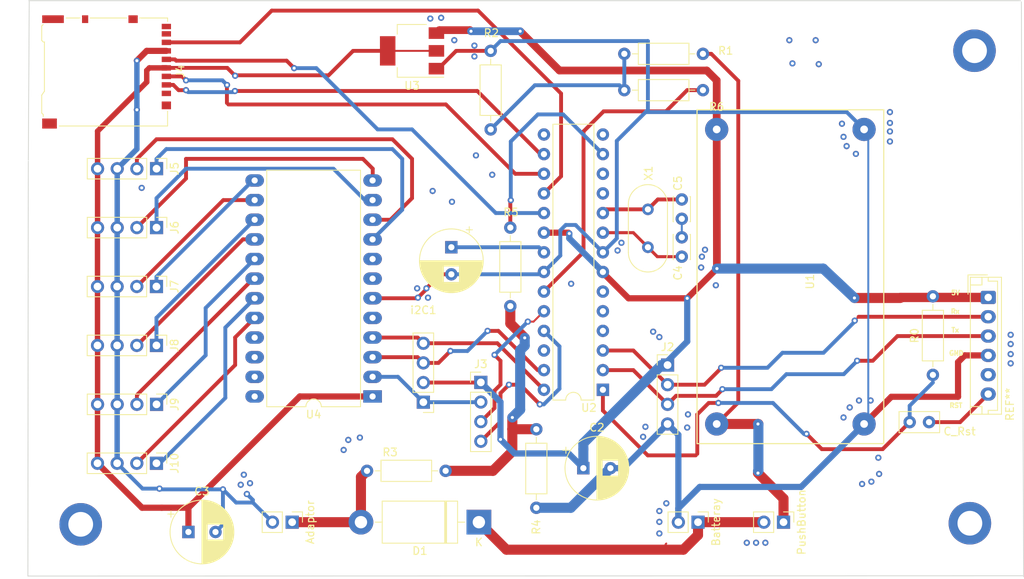
<source format=kicad_pcb>
(kicad_pcb (version 20240108) (generator "pcbnew") (generator_version "8.0")
  (layers (0 "F.Cu" signal) (31 "B.Cu" signal) (34 "B.Paste" user) (35 "F.Paste" user) (36 "B.SilkS" user "B.Silkscreen") (37 "F.SilkS" user "F.Silkscreen") (38 "B.Mask" user) (39 "F.Mask" user) (44 "Edge.Cuts" user))
  (net 0 "")
  (net 1 "GND")
  (net 2 "+5V")
  (net 3 "Net-(U2-AREF)")
  (net 4 "Net-(U2-XTAL1{slash}PB6)")
  (net 5 "Net-(U2-XTAL2{slash}PB7)")
  (net 6 "Net-(D1-A)")
  (net 7 "Net-(D1-K)")
  (net 8 "Net-(U2-PC4)")
  (net 9 "Net-(U2-PC5)")
  (net 10 "Net-(J1-Pin_1)")
  (net 11 "Net-(J2-Pin_2)")
  (net 12 "Net-(J2-Pin_3)")
  (net 13 "Net-(J3-Pin_3)")
  (net 14 "Net-(J3-Pin_4)")
  (net 16 "/CS")
  (net 17 "/MOSI")
  (net 18 "/SCLK")
  (net 19 "/MISO")
  (net 22 "Net-(J5-Pin_1)")
  (net 23 "Net-(J5-Pin_2)")
  (net 24 "Net-(J6-Pin_1)")
  (net 25 "Net-(J6-Pin_2)")
  (net 26 "Net-(J7-Pin_1)")
  (net 27 "Net-(J7-Pin_2)")
  (net 28 "Net-(J8-Pin_1)")
  (net 29 "Net-(J8-Pin_2)")
  (net 30 "Net-(J9-Pin_1)")
  (net 31 "Net-(J9-Pin_2)")
  (net 32 "Net-(J10-Pin_1)")
  (net 33 "Net-(J10-Pin_2)")
  (net 34 "Net-(U2-PD7)")
  (net 35 "Net-(U2-PC0)")
  (net 37 "Net-(R1-Pad2)")
  (net 38 "Net-(R3-Pad1)")
  (net 44 "3v3")
  (net 52 "RST")
  (net 53 "CRst_1")
  (footprint "Package_TO_SOT_SMD:SOT-223-3_TabPin2" (layer "F.Cu") (at 142.24 68.58 180)
    (property "Reference" "U3")
    (property "Value" "AMS1117-3.3")
  )
  (footprint "Resistor_THT:R_Axial_DIN0207_L6.3mm_D2.5mm_P10.16mm_Horizontal" (layer "F.Cu") (at 154.94 101.6 90)
    (property "Reference" "R5")
    (property "Value" "100")
  )
  (footprint "Connector_PinHeader_2.54mm:PinHeader_1x02_P2.54mm_Vertical" (layer "F.Cu") (at 179.197 129.54 -90)
    (property "Reference" "Batteray")
    (property "Value" "BATT")
  )
  (footprint "Resistor_THT:R_Axial_DIN0207_L6.3mm_D2.5mm_P10.16mm_Horizontal" (layer "F.Cu") (at 158.3 117.52 -90)
    (property "Reference" "R4")
    (property "Value" "22K")
  )
  (footprint "Connector_PinHeader_2.54mm:PinHeader_1x04_P2.54mm_Vertical" (layer "F.Cu") (at 151.13 111.46)
    (property "Reference" "J3")
    (property "Value" "AUX")
  )
  (footprint "Resistor_THT:R_Axial_DIN0207_L6.3mm_D2.5mm_P10.16mm_Horizontal" (layer "F.Cu") (at 179.832 68.961 180)
    (property "Reference" "R1")
    (property "Value" "10K")
  )
  (footprint "Connector_PinHeader_2.54mm:PinHeader_1x02_P2.54mm_Vertical" (layer "F.Cu") (at 190.246 129.54 -90)
    (property "Reference" "PushButton")
    (property "Value" "SWITCH")
  )
  (footprint "Capacitor_THT:C_Disc_D5.0mm_W2.5mm_P2.50mm" (layer "F.Cu") (at 206.55 116.6)
    (property "Reference" "C_Rst")
    (property "Value" "0.1uF/10V")
  )
  (footprint "Connector_PinHeader_2.54mm:PinHeader_1x04_P2.54mm_Vertical" (layer "F.Cu") (at 109.21 99.06 -90)
    (property "Reference" "J7")
    (property "Value" "T5")
  )
  (footprint "Connector_PinHeader_2.54mm:PinHeader_1x04_P2.54mm_Vertical" (layer "F.Cu") (at 109.22 114.3 -90)
    (property "Reference" "J9")
    (property "Value" "T7")
  )
  (footprint "eec:DC-DC" (layer "F.Cu") (at 191.77 99.06 90)
    (property "Reference" "U1")
    (property "Value" "DC-DC")
  )
  (footprint "Package_DIP:DIP-24_W15.24mm_LongPads" (layer "F.Cu") (at 137.14 113.281 180)
    (property "Reference" "U4")
    (property "Value" "TCA9548APWR")
  )
  (footprint "Package_DIP:DIP-28_W7.62mm" (layer "F.Cu") (at 166.904 112.416 180)
    (property "Reference" "U2")
    (property "Value" "ATmega328P-P")
  )
  (footprint "" (layer "F.Cu") (at 99.42 129.82)
    (property "Reference" "")
    (property "Value" "")
  )
  (footprint "Resistor_THT:R_Axial_DIN0207_L6.3mm_D2.5mm_P10.16mm_Horizontal" (layer "F.Cu") (at 209.55 110.49 90)
    (property "Reference" "R0")
    (property "Value" "10k")
  )
  (footprint "Capacitor_THT:CP_Radial_D8.0mm_P3.50mm" (layer "F.Cu") (at 147.32 93.98 -90)
    (property "Reference" "C1" (hide yes))
    (property "Value" "100uF/10V")
  )
  (footprint "Connector_PinHeader_2.54mm:PinHeader_1x04_P2.54mm_Vertical" (layer "F.Cu") (at 175.26 109.22)
    (property "Reference" "J2")
    (property "Value" "RS232")
  )
  (footprint "Connector_PinHeader_2.54mm:PinHeader_1x02_P2.54mm_Vertical" (layer "F.Cu") (at 126.746 129.54 -90)
    (property "Reference" "Adaptor")
    (property "Value" "DC IN")
  )
  (footprint "Connector_PinHeader_2.54mm:PinHeader_1x04_P2.54mm_Vertical" (layer "F.Cu") (at 109.22 83.82 -90)
    (property "Reference" "J5")
    (property "Value" "T3")
  )
  (footprint "Diode_THT:D_DO-201AD_P15.24mm_Horizontal" (layer "F.Cu") (at 150.876 129.54 180)
    (property "Reference" "D1")
    (property "Value" "1N5401")
  )
  (footprint "Connector_PinHeader_2.54mm:PinHeader_1x04_P2.54mm_Vertical" (layer "F.Cu") (at 109.21 121.92 -90)
    (property "Reference" "J10")
    (property "Value" "T8")
  )
  (footprint "Connector_PinHeader_2.54mm:PinHeader_1x04_P2.54mm_Vertical" (layer "F.Cu") (at 109.21 106.68 -90)
    (property "Reference" "J8")
    (property "Value" "T6")
  )
  (footprint "MountingHole:MountingHole_3.2mm_M3_ISO14580_Pad" (layer "F.Cu") (at 214.33 129.68)
    (property "Reference" "REF**" (hide yes))
    (property "Value" "MountingHole_3.2mm_M3_ISO14580_Pad")
  )
  (footprint "Resistor_THT:R_Axial_DIN0207_L6.3mm_D2.5mm_P10.16mm_Horizontal" (layer "F.Cu") (at 152.4 78.74 90)
    (property "Reference" "R2")
    (property "Value" "4K7")
  )
  (footprint "Resistor_THT:R_Axial_DIN0207_L6.3mm_D2.5mm_P10.16mm_Horizontal" (layer "F.Cu") (at 179.832 73.66 180)
    (property "Reference" "R6")
    (property "Value" "100")
  )
  (footprint "Capacitor_THT:CP_Radial_D8.0mm_P3.50mm" (layer "F.Cu") (at 113.34 130.81)
    (property "Reference" "C3")
    (property "Value" "100uF/10V")
  )
  (footprint "Capacitor_THT:C_Disc_D3.0mm_W2.0mm_P2.50mm" (layer "F.Cu") (at 177.1 87.8 -90)
    (property "Reference" "C5")
    (property "Value" "22p")
  )
  (footprint "Capacitor_THT:C_Disc_D3.0mm_W2.0mm_P2.50mm" (layer "F.Cu") (at 177.1 95.2 90)
    (property "Reference" "C4")
    (property "Value" "22p")
  )
  (footprint "Connector_Card:microSD_HC_Hirose_DM3AT-SF-PEJM5" (layer "F.Cu") (at 102.765 71.305 -90)
    (property "Reference" "J4")
    (property "Value" "Micro_SD_Card")
  )
  (footprint "Crystal:Crystal_HC18-U_Vertical" (layer "F.Cu") (at 172.72 93.98 90)
    (property "Reference" "X1")
    (property "Value" "Crystal")
  )
  (footprint "Connector_PinHeader_2.54mm:PinHeader_1x04_P2.54mm_Vertical" (layer "F.Cu") (at 143.7 114.02 180)
    (property "Reference" "i2C1")
    (property "Value" "J2")
  )
  (footprint "Connector_PinHeader_2.54mm:PinHeader_1x04_P2.54mm_Vertical" (layer "F.Cu") (at 109.22 91.44 -90)
    (property "Reference" "J6")
    (property "Value" "T4")
  )
  (footprint "Capacitor_THT:CP_Radial_D8.0mm_P3.50mm" (layer "F.Cu") (at 164.378 122.555)
    (property "Reference" "C2")
    (property "Value" "100uf/10V")
  )
  (footprint "Resistor_THT:R_Axial_DIN0207_L6.3mm_D2.5mm_P10.16mm_Horizontal" (layer "F.Cu") (at 146.58 122.9 180)
    (property "Reference" "R3")
    (property "Value" "33K")
  )
  (footprint "Connector_JST:JST_EH_B6B-EH-A_1x06_P2.50mm_Vertical" (layer "F.Cu") (at 216.7 100.47 -90)
    (property "Reference" "REF**")
    (property "Value" "JST_EH_B6B-EH-A_1x06_P2.50mm_Vertical" (hide yes))
  )
  (footprint "" (layer "F.Cu") (at 214.93 68.56)
    (property "Reference" "")
    (property "Value" "")
  )
  (gr_line (start 92.5925 136.51) (end 221.175 136.47) (stroke (width 0.1)) (layer "Edge.Cuts"))
  (gr_line (start 92.77 62.05) (end 92.65 82.73) (stroke (width 0.1)) (layer "Edge.Cuts"))
  (gr_line (start 92.6475 82.85) (end 92.5925 136.51) (stroke (width 0.1)) (layer "Edge.Cuts"))
  (gr_line (start 220.87 62.09) (end 92.71 62.09) (stroke (width 0.1)) (layer "Edge.Cuts"))
  (gr_line (start 221.285 136.61) (end 220.98 62.23) (stroke (width 0.1)) (layer "Edge.Cuts"))
  (gr_text "RST\n" (at 211.62 114.8 0) (layer "F.SilkS") (effects (font (size 0.6 0.6) (thickness 0.15) (bold yes)) (justify left bottom)))
  (gr_text "Tx" (at 211.86 105.04 0) (layer "F.SilkS") (effects (font (size 0.6 0.6) (thickness 0.15) (bold yes)) (justify left bottom)))
  (gr_text "GND\n" (at 211.56 108.03 0) (layer "F.SilkS") (effects (font (size 0.6 0.6) (thickness 0.15) (bold yes)) (justify left bottom)))
  (gr_text "5V\n" (at 211.83 100.21 0) (layer "F.SilkS") (effects (font (size 0.6 0.6)) (justify left bottom)))
  (gr_text "Rx" (at 211.79 102.63 0) (layer "F.SilkS") (effects (font (size 0.6 0.6)) (justify left bottom)))
  (segment (start 142.919 100.581) (end 137.14 100.581) (width 0.5) (layer "F.Cu") (net 1))
  (segment (start 144.1 99.4) (end 142.919 100.581) (width 0.5) (layer "F.Cu") (net 1))
  (segment (start 144.1 99.3) (end 144.1 99.4) (width 0.5) (layer "F.Cu") (net 1))
  (segment (start 212.8 113.32) (end 212.8 108.84) (width 0.8) (layer "F.Cu") (net 1))
  (segment (start 213.67 107.97) (end 216.7 107.97) (width 0.8) (layer "F.Cu") (net 1))
  (segment (start 200.66 116.84) (end 204.18 113.32) (width 0.8) (layer "F.Cu") (net 1))
  (segment (start 158.98 97.48) (end 159.284 97.176) (width 0.25) (layer "F.Cu") (net 1))
  (segment (start 147.94 68.58) (end 152.4 68.58) (width 0.5) (layer "F.Cu") (net 1))
  (segment (start 147.32 97.48) (end 145.92 97.48) (width 0.5) (layer "F.Cu") (net 1))
  (segment (start 212.8 108.84) (end 213.67 107.97) (width 0.8) (layer "F.Cu") (net 1))
  (segment (start 145.39 70.88) (end 145.64 70.88) (width 0.25) (layer "F.Cu") (net 1))
  (segment (start 107.95 68.58) (end 106.68 69.85) (width 0.8) (layer "F.Cu") (net 1))
  (segment (start 145.64 70.88) (end 147.94 68.58) (width 0.5) (layer "F.Cu") (net 1))
  (segment (start 110.49 68.58) (end 107.95 68.58) (width 0.8) (layer "F.Cu") (net 1))
  (segment (start 145.92 97.48) (end 144.1 99.3) (width 0.5) (layer "F.Cu") (net 1))
  (segment (start 204.18 113.32) (end 212.8 113.32) (width 0.8) (layer "F.Cu") (net 1))
  (via (at 219.6 109) (size 0.8) (drill 0.4) (layers "F.Cu" "B.Cu") (net 1))
  (via (at 144.6 64.4) (size 0.8) (drill 0.4) (layers "F.Cu" "B.Cu") (net 1))
  (via (at 219.6 106.5) (size 0.8) (drill 0.4) (layers "F.Cu" "B.Cu") (net 1))
  (via (at 120.9 125.9) (size 0.8) (drill 0.4) (layers "F.Cu" "B.Cu") (net 1))
  (via (at 147.4 88.1) (size 0.8) (drill 0.4) (layers "F.Cu" "B.Cu") (net 1))
  (via (at 144.9 86.7) (size 0.8) (drill 0.4) (layers "F.Cu" "B.Cu") (net 1))
  (via (at 174.2 105.6) (size 0.8) (drill 0.4) (layers "F.Cu" "B.Cu") (net 1))
  (via (at 219.6 107.8) (size 0.8) (drill 0.4) (layers "F.Cu" "B.Cu") (net 1))
  (via (at 133.4 120.2) (size 0.8) (drill 0.4) (layers "F.Cu" "B.Cu") (net 1))
  (via (at 146 64.3) (size 0.8) (drill 0.4) (layers "F.Cu" "B.Cu") (net 1))
  (via (at 198 116) (size 0.8) (drill 0.4) (layers "F.Cu" "B.Cu") (net 1))
  (via (at 169.3 93.4) (size 0.8) (drill 0.4) (layers "F.Cu" "B.Cu") (net 1))
  (via (at 107.3 86.3) (size 0.8) (drill 0.4) (layers "F.Cu" "B.Cu") (net 1))
  (via (at 201.5 113.8) (size 0.8) (drill 0.4) (layers "F.Cu" "B.Cu") (net 1))
  (via (at 121.3 124.5) (size 0.8) (drill 0.4) (layers "F.Cu" "B.Cu") (net 1))
  (via (at 172.1 118.5) (size 0.8) (drill 0.4) (layers "F.Cu" "B.Cu") (net 1))
  (via (at 191 67.2) (size 0.8) (drill 0.4) (layers "F.Cu" "B.Cu") (net 1))
  (via (at 173.4 104.9) (size 0.8) (drill 0.4) (layers "F.Cu" "B.Cu") (net 1))
  (via (at 162.8 98.7) (size 0.8) (drill 0.4) (layers "F.Cu" "B.Cu") (net 1))
  (via (at 174.2 128.1) (size 0.8) (drill 0.4) (layers "F.Cu" "B.Cu") (net 1))
  (via (at 142.9 99.3) (size 0.8) (drill 0.4) (layers "F.Cu" "B.Cu") (net 1))
  (via (at 201.6 124.3) (size 0.8) (drill 0.4) (layers "F.Cu" "B.Cu") (net 1))
  (via (at 174.2 131) (size 0.8) (drill 0.4) (layers "F.Cu" "B.Cu") (net 1))
  (via (at 179.7 95.2) (size 0.8) (drill 0.4) (layers "F.Cu" "B.Cu") (net 1))
  (via (at 199.6 81.9) (size 0.8) (drill 0.4) (layers "F.Cu" "B.Cu") (net 1))
  (via (at 106.68 69.85) (size 0.8) (drill 0.4) (layers "F.Cu" "B.Cu") (net 1))
  (via (at 120.1 124.7) (size 0.8) (drill 0.4) (layers "F.Cu" "B.Cu") (net 1))
  (via (at 202.5 121.2) (size 0.8) (drill 0.4) (layers "F.Cu" "B.Cu") (net 1))
  (via (at 150.3 69.3) (size 0.8) (drill 0.4) (layers "F.Cu" "B.Cu") (net 1))
  (via (at 174.2 129.5) (size 0.8) (drill 0.4) (layers "F.Cu" "B.Cu") (net 1))
  (via (at 134 118.9) (size 0.8) (drill 0.4) (layers "F.Cu" "B.Cu") (net 1))
  (via (at 175.1 127.1) (size 0.8) (drill 0.4) (layers "F.Cu" "B.Cu") (net 1))
  (via (at 147.7 67.2) (size 0.8) (drill 0.4) (layers "F.Cu" "B.Cu") (net 1))
  (via (at 179.6 96.6) (size 0.8) (drill 0.4) (layers "F.Cu" "B.Cu") (net 1))
  (via (at 168.8 94.4) (size 0.8) (drill 0.4) (layers "F.Cu" "B.Cu") (net 1))
  (via (at 135.5 118.6) (size 0.8) (drill 0.4) (layers "F.Cu" "B.Cu") (net 1))
  (via (at 200.4 124.6) (size 0.8) (drill 0.4) (layers "F.Cu" "B.Cu") (net 1))
  (via (at 194.8 70.3) (size 0.8) (drill 0.4) (layers "F.Cu" "B.Cu") (net 1))
  (via (at 109.6 125.2) (size 0.8) (drill 0.4) (layers "F.Cu" "B.Cu") (net 1))
  (via (at 106.68 76.2) (size 0.8) (drill 0.4) (layers "F.Cu" "B.Cu") (net 1))
  (via (at 120.5 123.4) (size 0.8) (drill 0.4) (layers "F.Cu" "B.Cu") (net 1))
  (via (at 198.4 80.9) (size 0.8) (drill 0.4) (layers "F.Cu" "B.Cu") (net 1))
  (via (at 187.9 132.2) (size 0.8) (drill 0.4) (layers "F.Cu" "B.Cu") (net 1))
  (via (at 150.5 82.1) (size 0.8) (drill 0.4) (layers "F.Cu" "B.Cu") (net 1))
  (via (at 204 77.9) (size 0.8) (drill 0.4) (layers "F.Cu" "B.Cu") (net 1))
  (via (at 191.4 70.2) (size 0.8) (drill 0.4) (layers "F.Cu" "B.Cu") (net 1))
  (via (at 177.9 115.6) (size 0.8) (drill 0.4) (layers "F.Cu" "B.Cu") (net 1))
  (via (at 204 80.3) (size 0.8) (drill 0.4) (layers "F.Cu" "B.Cu") (net 1))
  (via (at 197.8 78) (size 0.8) (drill 0.4) (layers "F.Cu" "B.Cu") (net 1))
  (via (at 185.5 132.2) (size 0.8) (drill 0.4) (layers "F.Cu" "B.Cu") (net 1))
  (via (at 144.1 99.3) (size 0.8) (drill 0.4) (layers "F.Cu" "B.Cu") (net 1))
  (via (at 200 113.8) (size 0.8) (drill 0.4) (layers "F.Cu" "B.Cu") (net 1))
  (via (at 204 76.5) (size 0.8) (drill 0.4) (layers "F.Cu" "B.Cu") (net 1))
  (via (at 177.8 117.3) (size 0.8) (drill 0.4) (layers "F.Cu" "B.Cu") (net 1))
  (via (at 219.6 105.3) (size 0.8) (drill 0.4) (layers "F.Cu" "B.Cu") (net 1))
  (via (at 180.1 94.3) (size 0.8) (drill 0.4) (layers "F.Cu" "B.Cu") (net 1))
  (via (at 117.8 125.3) (size 0.8) (drill 0.4) (layers "F.Cu" "B.Cu") (net 1))
  (via (at 202.6 123.3) (size 0.8) (drill 0.4) (layers "F.Cu" "B.Cu") (net 1))
  (via (at 143 100.5) (size 0.8) (drill 0.4) (layers "F.Cu" "B.Cu") (net 1))
  (via (at 172.4 117.2) (size 0.8) (drill 0.4) (layers "F.Cu" "B.Cu") (net 1))
  (via (at 181.5 98.9) (size 0.8) (drill 0.4) (layers "F.Cu" "B.Cu") (net 1))
  (via (at 204 79) (size 0.8) (drill 0.4) (layers "F.Cu" "B.Cu") (net 1))
  (via (at 198.8 114.7) (size 0.8) (drill 0.4) (layers "F.Cu" "B.Cu") (net 1))
  (via (at 186.7 132.2) (size 0.8) (drill 0.4) (layers "F.Cu" "B.Cu") (net 1))
  (via (at 150.3 67.9) (size 0.8) (drill 0.4) (layers "F.Cu" "B.Cu") (net 1))
  (via (at 144.3 100.5) (size 0.8) (drill 0.4) (layers "F.Cu" "B.Cu") (net 1))
  (via (at 120.9 125.9) (size 0.8) (drill 0.4) (layers "F.Cu" "B.Cu") (net 1))
  (via (at 109.6 125.2) (size 0.8) (drill 0.4) (layers "F.Cu" "B.Cu") (net 1))
  (via (at 198 79.7) (size 0.8) (drill 0.4) (layers "F.Cu" "B.Cu") (net 1))
  (via (at 194.4 67.2) (size 0.8) (drill 0.4) (layers "F.Cu" "B.Cu") (net 1))
  (via (at 152.6 84.6) (size 0.8) (drill 0.4) (layers "F.Cu" "B.Cu") (net 1))
  (segment (start 117.8 129.85) (end 117.8 125.3) (width 0.5) (layer "B.Cu") (net 1))
  (segment (start 104.14 91.44) (end 104.14 83.82) (width 0.7) (layer "B.Cu") (net 1))
  (segment (start 116.84 130.81) (end 117.8 129.85) (width 0.5) (layer "B.Cu") (net 1))
  (segment (start 168.7 92.84) (end 168.7 80.22) (width 0.5) (layer "B.Cu") (net 1))
  (segment (start 104.13 121.92) (end 107.41 125.2) (width 0.5) (layer "B.Cu") (net 1))
  (segment (start 176.657 129.54) (end 176.657 127.743) (width 0.8) (layer "B.Cu") (net 1))
  (segment (start 104.13 106.68) (end 104.13 99.06) (width 0.7) (layer "B.Cu") (net 1))
  (segment (start 166.904 94.636) (end 168.7 92.84) (width 0.5) (layer "B.Cu") (net 1))
  (segment (start 176.657 127.743) (end 179.419 124.981) (width 0.8) (layer "B.Cu") (net 1))
  (segment (start 162.753 127.68) (end 167.878 122.555) (width 1.3) (layer "B.Cu") (net 1))
  (segment (start 104.14 106.69) (end 104.13 106.68) (width 0.25) (layer "B.Cu") (net 1))
  (segment (start 162.1 91.1) (end 163.4 91.1) (width 0.5) (layer "B.Cu") (net 1))
  (segment (start 170.18 78.74) (end 172.42 76.5) (width 0.25) (layer "B.Cu") (net 1))
  (segment (start 121.666 126.666) (end 120.9 125.9) (width 0.5) (layer "B.Cu") (net 1))
  (segment (start 163.4 91.1) (end 163.4 91.132) (width 0.25) (layer "B.Cu") (net 1))
  (segment (start 192.519 124.981) (end 200.66 116.84) (width 0.8) (layer "B.Cu") (net 1))
  (segment (start 152.4 68.58) (end 153.67 67.31) (width 0.5) (layer "B.Cu") (net 1))
  (segment (start 169.545 122.555) (end 175.26 116.84) (width 0.8) (layer "B.Cu") (net 1))
  (segment (start 176.657 118.237) (end 176.657 129.54) (width 0.8) (layer "B.Cu") (net 1))
  (segment (start 104.13 114.31) (end 104.14 114.3) (width 0.25) (layer "B.Cu") (net 1))
  (segment (start 147.32 97.48) (end 158.98 97.48) (width 0.5) (layer "B.Cu") (net 1))
  (segment (start 201.2 116.3) (end 200.66 116.84) (width 0.25) (layer "B.Cu") (net 1))
  (segment (start 163.4 91.132) (end 166.904 94.636) (width 0.5) (layer "B.Cu") (net 1))
  (segment (start 167.878 122.555) (end 169.545 122.555) (width 0.8) (layer "B.Cu") (net 1))
  (segment (start 198.42 76.5) (end 200.66 78.74) (width 0.5) (layer "B.Cu") (net 1))
  (segment (start 172.72 76.2) (end 170.18 78.74) (width 0.5) (layer "B.Cu") (net 1))
  (segment (start 152.4 68.58) (end 151.78 68.58) (width 0.25) (layer "B.Cu") (net 1))
  (segment (start 121.666 127) (end 121.666 126.666) (width 0.5) (layer "B.Cu") (net 1))
  (segment (start 172.42 76.5) (end 198.42 76.5) (width 0.5) (layer "B.Cu") (net 1))
  (segment (start 109.7 125.3) (end 109.6 125.2) (width 0.25) (layer "B.Cu") (net 1))
  (segment (start 104.13 99.06) (end 104.13 91.45) (width 0.7) (layer "B.Cu") (net 1))
  (segment (start 104.14 83.82) (end 106.68 81.28) (width 0.7) (layer "B.Cu") (net 1))
  (segment (start 117.8 125.3) (end 109.7 125.3) (width 0.5) (layer "B.Cu") (net 1))
  (segment (start 143.7 114.02) (end 151.11 114.02) (width 0.5) (layer "B.Cu") (net 1))
  (segment (start 177.1 90.3) (end 177.1 92.7) (width 0.25) (layer "B.Cu") (net 1))
  (segment (start 151.11 114.02) (end 151.13 114) (width 0.5) (layer "B.Cu") (net 1))
  (segment (start 158.98 97.48) (end 159.284 97.176) (width 0.5) (layer "B.Cu") (net 1))
  (segment (start 104.14 114.3) (end 104.14 106.69) (width 0.7) (layer "B.Cu") (net 1))
  (segment (start 104.13 91.45) (end 104.14 91.44) (width 0.25) (layer "B.Cu") (net 1))
  (segment (start 137.14 110.741) (end 140.421 110.741) (width 0.5) (layer "B.Cu") (net 1))
  (segment (start 161.4 91.8) (end 162.1 91.1) (width 0.5) (layer "B.Cu") (net 1))
  (segment (start 175.26 116.84) (end 176.657 118.237) (width 0.8) (layer "B.Cu") (net 1))
  (segment (start 124.206 129.54) (end 121.666 127) (width 0.5) (layer "B.Cu") (net 1))
  (segment (start 201.2 79.28) (end 201.2 116.3) (width 0.25) (layer "B.Cu") (net 1))
  (segment (start 168.7 80.22) (end 170.18 78.74) (width 0.5) (layer "B.Cu") (net 1))
  (segment (start 161.4 95.06) (end 161.4 91.8) (width 0.5) (layer "B.Cu") (net 1))
  (segment (start 159.284 97.176) (end 161.4 95.06) (width 0.5) (layer "B.Cu") (net 1))
  (segment (start 179.419 124.981) (end 192.519 124.981) (width 0.8) (layer "B.Cu") (net 1))
  (segment (start 106.68 81.28) (end 106.68 69.85) (width 0.7) (layer "B.Cu") (net 1))
  (segment (start 140.421 110.741) (end 143.7 114.02) (width 0.5) (layer "B.Cu") (net 1))
  (segment (start 104.13 121.92) (end 104.13 114.31) (width 0.7) (layer "B.Cu") (net 1))
  (segment (start 158.3 127.68) (end 162.753 127.68) (width 1.3) (layer "B.Cu") (net 1))
  (segment (start 153.67 67.31) (end 172.72 67.31) (width 0.5) (layer "B.Cu") (net 1))
  (segment (start 151.13 114) (end 149.8 114) (width 0.25) (layer "B.Cu") (net 1))
  (segment (start 119.5 127) (end 117.8 125.3) (width 0.5) (layer "B.Cu") (net 1))
  (segment (start 172.72 67.31) (end 172.72 76.2) (width 0.5) (layer "B.Cu") (net 1))
  (segment (start 121.666 127) (end 119.5 127) (width 0.5) (layer "B.Cu") (net 1))
  (segment (start 200.66 78.74) (end 201.2 79.28) (width 0.25) (layer "B.Cu") (net 1))
  (segment (start 107.41 125.2) (end 109.6 125.2) (width 0.5) (layer "B.Cu") (net 1))
  (segment (start 149.72 65.9) (end 149.86 66.04) (width 1) (layer "F.Cu") (net 2))
  (segment (start 166.904 97.176) (end 166.904 97.272629) (width 0.4) (layer "F.Cu") (net 2))
  (segment (start 166.904 97.272629) (end 170.215371 100.584) (width 0.8) (layer "F.Cu") (net 2))
  (segment (start 181.61 72.398836) (end 180.331164 71.12) (width 1) (layer "F.Cu") (net 2))
  (segment (start 162.454 92.096) (end 159.284 92.096) (width 0.8) (layer "F.Cu") (net 2))
  (segment (start 145.77 65.9) (end 149.72 65.9) (width 1) (layer "F.Cu") (net 2))
  (segment (start 205.33 100.55) (end 205.33 100.43) (width 0.25) (layer "F.Cu") (net 2))
  (segment (start 205.33 100.43) (end 205.45 100.43) (width 0.25) (layer "F.Cu") (net 2))
  (segment (start 180.331164 71.12) (end 161.29 71.12) (width 1) (layer "F.Cu") (net 2))
  (segment (start 151.13 111.46) (end 149.8 111.46) (width 0.25) (layer "F.Cu") (net 2))
  (segment (start 181.64 96.74) (end 181.64 96.744) (width 0.25) (layer "F.Cu") (net 2))
  (segment (start 151.11 111.48) (end 151.13 111.46) (width 0.5) (layer "F.Cu") (net 2))
  (segment (start 181.59 96.79) (end 181.61 96.81) (width 0.25) (layer "F.Cu") (net 2))
  (segment (start 205.41 100.47) (end 216.7 100.47) (width 1.2) (layer "F.Cu") (net 2))
  (segment (start 181.61 78.74) (end 181.61 72.398836) (width 1) (layer "F.Cu") (net 2))
  (segment (start 145.39 66.28) (end 145.77 65.9) (width 1) (layer "F.Cu") (net 2))
  (segment (start 143.7 111.48) (end 151.11 111.48) (width 0.5) (layer "F.Cu") (net 2))
  (segment (start 181.64 96.744) (end 177.8 100.584) (width 0.8) (layer "F.Cu") (net 2))
  (segment (start 205.34 100.54) (end 205.33 100.55) (width 0.25) (layer "F.Cu") (net 2))
  (segment (start 181.61 96.81) (end 181.61 96.873878) (width 0.25) (layer "F.Cu") (net 2))
  (segment (start 205.45 100.43) (end 205.41 100.47) (width 0.25) (layer "F.Cu") (net 2))
  (segment (start 162.56 92.202) (end 162.454 92.096) (width 0.25) (layer "F.Cu") (net 2))
  (segment (start 170.215371 100.584) (end 177.8 100.584) (width 0.8) (layer "F.Cu") (net 2))
  (segment (start 181.61 78.74) (end 181.64 96.74) (width 1) (layer "F.Cu") (net 2))
  (segment (start 181.61 96.77) (end 181.59 96.79) (width 0.25) (layer "F.Cu") (net 2))
  (segment (start 161.29 71.12) (end 156.21 66.04) (width 1) (layer "F.Cu") (net 2))
  (segment (start 181.64 96.74) (end 181.61 96.77) (width 0.25) (layer "F.Cu") (net 2))
  (segment (start 205.34 100.54) (end 205.46 100.54) (width 0.25) (layer "F.Cu") (net 2))
  (segment (start 199.41 100.54) (end 205.34 100.54) (width 1.3) (layer "F.Cu") (net 2))
  (via (at 181.64 96.74) (size 0.8) (drill 0.4) (layers "F.Cu" "B.Cu") (net 2))
  (via (at 153.67 118.832) (size 0.8) (drill 0.4) (layers "F.Cu" "B.Cu") (net 2))
  (via (at 162.56 92.202) (size 0.8) (drill 0.4) (layers "F.Cu" "B.Cu") (net 2))
  (via (at 149.86 66.04) (size 0.8) (drill 0.4) (layers "F.Cu" "B.Cu") (net 2))
  (via (at 177.8 100.584) (size 0.8) (drill 0.4) (layers "F.Cu" "B.Cu") (net 2))
  (via (at 156.21 66.04) (size 0.8) (drill 0.4) (layers "F.Cu" "B.Cu") (net 2))
  (via (at 199.41 100.54) (size 0.8) (drill 0.4) (layers "F.Cu" "B.Cu") (net 2))
  (segment (start 162.473 120.65) (end 155.488 120.65) (width 0.8) (layer "B.Cu") (net 2))
  (segment (start 181.64 96.74) (end 195.37 96.74) (width 1.3) (layer "B.Cu") (net 2))
  (segment (start 174.48 109.22) (end 164.378 119.322) (width 1.3) (layer "B.Cu") (net 2))
  (segment (start 155.488 120.65) (end 153.67 118.832) (width 0.8) (layer "B.Cu") (net 2))
  (segment (start 164.378 119.322) (end 164.378 120.102) (width 1.3) (layer "B.Cu") (net 2))
  (segment (start 151.13 111.46) (end 153.67 114) (width 0.8) (layer "B.Cu") (net 2))
  (segment (start 164.378 120.102) (end 164.378 122.555) (width 1.3) (layer "B.Cu") (net 2))
  (segment (start 175.26 109.22) (end 174.48 109.22) (width 1.3) (layer "B.Cu") (net 2))
  (segment (start 177.8 100.584) (end 177.8 106.172) (width 0.8) (layer "B.Cu") (net 2))
  (segment (start 199.41 100.54) (end 199.21 100.58) (width 0.25) (layer "B.Cu") (net 2))
  (segment (start 162.56 92.832) (end 166.904 97.176) (width 0.8) (layer "B.Cu") (net 2))
  (segment (start 149.86 66.04) (end 156.21 66.04) (width 1) (layer "B.Cu") (net 2))
  (segment (start 195.37 96.74) (end 199.41 100.54) (width 1.3) (layer "B.Cu") (net 2))
  (segment (start 153.67 114) (end 153.67 118.832) (width 0.8) (layer "B.Cu") (net 2))
  (segment (start 164.378 122.555) (end 162.473 120.65) (width 0.8) (layer "B.Cu") (net 2))
  (segment (start 177.8 106.172) (end 175.26 108.712) (width 0.8) (layer "B.Cu") (net 2))
  (segment (start 162.56 92.202) (end 162.56 92.832) (width 0.8) (layer "B.Cu") (net 2))
  (segment (start 147.32 93.98) (end 158.628 93.98) (width 0.5) (layer "B.Cu") (net 3))
  (segment (start 158.628 93.98) (end 159.284 94.636) (width 0.5) (layer "B.Cu") (net 3))
  (segment (start 166.904 92.096) (end 170.836 92.096) (width 0.4) (layer "F.Cu") (net 4))
  (segment (start 172.72 93.98) (end 173.94 95.2) (width 0.4) (layer "F.Cu") (net 4))
  (segment (start 170.836 92.096) (end 172.72 93.98) (width 0.4) (layer "F.Cu") (net 4))
  (segment (start 173.94 95.2) (end 177.1 95.2) (width 0.4) (layer "F.Cu") (net 4))
  (segment (start 174 87.8) (end 172.72 89.08) (width 0.5) (layer "F.Cu") (net 5))
  (segment (start 177.1 87.8) (end 174 87.8) (width 0.5) (layer "F.Cu") (net 5))
  (segment (start 167.38 89.08) (end 166.904 89.556) (width 0.5) (layer "F.Cu") (net 5))
  (segment (start 172.72 89.08) (end 167.38 89.08) (width 0.5) (layer "F.Cu") (net 5))
  (segment (start 135.89 129.286) (end 135.636 129.54) (width 0.25) (layer "F.Cu") (net 6))
  (segment (start 126.746 129.54) (end 135.636 129.54) (width 1.3) (layer "F.Cu") (net 6))
  (segment (start 135.636 129.54) (end 135.636 123.684) (width 1.3) (layer "F.Cu") (net 6))
  (segment (start 135.636 123.684) (end 136.42 122.9) (width 1.3) (layer "F.Cu") (net 6))
  (segment (start 179.197 129.54) (end 187.706 129.54) (width 1.3) (layer "F.Cu") (net 7))
  (segment (start 179.197 131.203) (end 177.3 133.1) (width 1.3) (layer "F.Cu") (net 7))
  (segment (start 154.436 133.1) (end 150.876 129.54) (width 1.3) (layer "F.Cu") (net 7))
  (segment (start 179.197 129.54) (end 179.197 131.203) (width 1.3) (layer "F.Cu") (net 7))
  (segment (start 177.3 133.1) (end 154.436 133.1) (width 1.3) (layer "F.Cu") (net 7))
  (segment (start 175 132.4) (end 175.1 132.3) (width 0.25) (layer "F.Cu") (net 7))
  (segment (start 153.4 104.8) (end 158.476 109.876) (width 0.5) (layer "F.Cu") (net 8))
  (segment (start 152 104.8) (end 153.4 104.8) (width 0.5) (layer "F.Cu") (net 8))
  (segment (start 158.476 109.876) (end 159.284 109.876) (width 0.25) (layer "F.Cu") (net 8))
  (segment (start 142.961 108.201) (end 143.7 108.94) (width 0.5) (layer "F.Cu") (net 8))
  (segment (start 145.66 108.94) (end 147.2 107.4) (width 0.5) (layer "F.Cu") (net 8))
  (segment (start 137.14 108.201) (end 142.961 108.201) (width 0.5) (layer "F.Cu") (net 8))
  (segment (start 143.7 108.94) (end 145.66 108.94) (width 0.5) (layer "F.Cu") (net 8))
  (via (at 147.2 107.4) (size 0.8) (drill 0.4) (layers "F.Cu" "B.Cu") (net 8))
  (via (at 152 104.8) (size 0.8) (drill 0.4) (layers "F.Cu" "B.Cu") (net 8))
  (segment (start 147.2 107.4) (end 149.4 107.4) (width 0.5) (layer "B.Cu") (net 8))
  (segment (start 149.4 107.4) (end 152 104.8) (width 0.5) (layer "B.Cu") (net 8))
  (segment (start 137.14 105.661) (end 142.961 105.661) (width 0.5) (layer "F.Cu") (net 9))
  (segment (start 153.268 106.4) (end 159.284 112.416) (width 0.5) (layer "F.Cu") (net 9))
  (segment (start 142.961 105.661) (end 143.7 106.4) (width 0.5) (layer "F.Cu") (net 9))
  (segment (start 143.7 106.4) (end 153.268 106.4) (width 0.5) (layer "F.Cu") (net 9))
  (segment (start 190.246 126.492) (end 190.246 129.54) (width 1.3) (layer "F.Cu") (net 10))
  (segment (start 186.944 116.84) (end 181.61 116.84) (width 1.3) (layer "F.Cu") (net 10))
  (segment (start 180.9115 68.961) (end 184.4 72.4495) (width 0.5) (layer "F.Cu") (net 10))
  (segment (start 179.832 68.961) (end 180.9115 68.961) (width 0.5) (layer "F.Cu") (net 10))
  (segment (start 184.4 114.05) (end 181.61 116.84) (width 0.5) (layer "F.Cu") (net 10))
  (segment (start 184.4 72.4495) (end 184.4 114.05) (width 0.5) (layer "F.Cu") (net 10))
  (segment (start 186.944 123.19) (end 190.246 126.492) (width 1.3) (layer "F.Cu") (net 10))
  (segment (start 187.003878 116.84) (end 186.944 116.84) (width 1.3) (layer "F.Cu") (net 10))
  (via (at 186.944 116.84) (size 0.8) (drill 0.4) (layers "F.Cu" "B.Cu") (net 10))
  (via (at 186.944 123.19) (size 0.8) (drill 0.4) (layers "F.Cu" "B.Cu") (net 10))
  (segment (start 186.998 116.894) (end 186.998 122.882) (width 1.3) (layer "B.Cu") (net 10))
  (segment (start 186.998 122.882) (end 186.944 122.936) (width 1.3) (layer "B.Cu") (net 10))
  (segment (start 186.944 116.84) (end 186.998 116.894) (width 1.3) (layer "B.Cu") (net 10))
  (segment (start 182.19 109.61) (end 182.19 109.57) (width 0.25) (layer "F.Cu") (net 11))
  (segment (start 180.04 111.76) (end 182.19 109.61) (width 0.5) (layer "F.Cu") (net 11))
  (segment (start 182.19 109.57) (end 182.23 109.57) (width 0.25) (layer "F.Cu") (net 11))
  (segment (start 182.23 109.57) (end 182.27 109.53) (width 0.25) (layer "F.Cu") (net 11))
  (segment (start 199.95 102.97) (end 216.7 102.97) (width 0.5) (layer "F.Cu") (net 11))
  (segment (start 170.836 107.336) (end 175.26 111.76) (width 0.5) (layer "F.Cu") (net 11))
  (segment (start 166.904 107.336) (end 170.836 107.336) (width 0.5) (layer "F.Cu") (net 11))
  (segment (start 199.45 103.47) (end 199.95 102.97) (width 0.25) (layer "F.Cu") (net 11))
  (segment (start 175.26 111.76) (end 180.04 111.76) (width 0.5) (layer "F.Cu") (net 11))
  (via (at 182.19 109.57) (size 0.8) (drill 0.4) (layers "F.Cu" "B.Cu") (net 11))
  (via (at 199.45 103.47) (size 0.8) (drill 0.4) (layers "F.Cu" "B.Cu") (net 11))
  (segment (start 195.415 107.63) (end 199.42 103.625) (width 0.5) (layer "B.Cu") (net 11))
  (segment (start 190.11 107.63) (end 195.415 107.63) (width 0.5) (layer "B.Cu") (net 11))
  (segment (start 188.17 109.57) (end 190.11 107.63) (width 0.5) (layer "B.Cu") (net 11))
  (segment (start 199.42 103.625) (end 199.42 103.495) (width 0.25) (layer "B.Cu") (net 11))
  (segment (start 182.19 109.57) (end 188.17 109.57) (width 0.5) (layer "B.Cu") (net 11))
  (segment (start 201.78 108.66) (end 204.97 105.47) (width 0.5) (layer "F.Cu") (net 12))
  (segment (start 166.904 109.876) (end 170.836 109.876) (width 0.5) (layer "F.Cu") (net 12))
  (segment (start 199.76 108.66) (end 201.78 108.66) (width 0.5) (layer "F.Cu") (net 12))
  (segment (start 182.35 112.34) (end 182.39 112.34) (width 0.25) (layer "F.Cu") (net 12))
  (segment (start 170.836 109.876) (end 175.26 114.3) (width 0.5) (layer "F.Cu") (net 12))
  (segment (start 175.26 114.3) (end 176.36 113.2) (width 0.5) (layer "F.Cu") (net 12))
  (segment (start 176.36 113.2) (end 181.53 113.2) (width 0.5) (layer "F.Cu") (net 12))
  (segment (start 181.53 113.2) (end 182.35 112.38) (width 0.5) (layer "F.Cu") (net 12))
  (segment (start 182.39 112.34) (end 182.39 112.34) (width 0.25) (layer "F.Cu") (net 12))
  (segment (start 182.35 112.38) (end 182.35 112.34) (width 0.25) (layer "F.Cu") (net 12))
  (segment (start 204.97 105.47) (end 216.7 105.47) (width 0.5) (layer "F.Cu") (net 12))
  (via (at 199.76 108.66) (size 0.8) (drill 0.4) (layers "F.Cu" "B.Cu") (net 12))
  (via (at 182.35 112.34) (size 0.8) (drill 0.4) (layers "F.Cu" "B.Cu") (net 12))
  (segment (start 199.77 108.66) (end 199.69 108.74) (width 0.25) (layer "B.Cu") (net 12))
  (segment (start 198.03 110.4) (end 199.76 108.67) (width 0.5) (layer "B.Cu") (net 12))
  (segment (start 199.76 108.66) (end 199.77 108.66) (width 0.25) (layer "B.Cu") (net 12))
  (segment (start 199.76 108.67) (end 199.76 108.66) (width 0.25) (layer "B.Cu") (net 12))
  (segment (start 190.62 110.4) (end 198.03 110.4) (width 0.5) (layer "B.Cu") (net 12))
  (segment (start 188.68 112.34) (end 190.62 110.4) (width 0.5) (layer "B.Cu") (net 12))
  (segment (start 182.35 112.34) (end 188.68 112.34) (width 0.5) (layer "B.Cu") (net 12))
  (segment (start 153.67 111.753984) (end 153.67 108.67) (width 0.5) (layer "F.Cu") (net 13))
  (segment (start 157.2 103.6) (end 157.94 103.6) (width 0.25) (layer "F.Cu") (net 13))
  (segment (start 151.13 116.54) (end 152.895 114.775) (width 0.5) (layer "F.Cu") (net 13))
  (segment (start 152.895 112.528984) (end 153.67 111.753984) (width 0.5) (layer "F.Cu") (net 13))
  (segment (start 157.94 103.6) (end 159.284 102.256) (width 0.25) (layer "F.Cu") (net 13))
  (segment (start 153.67 108.67) (end 152.9 107.9) (width 0.5) (layer "F.Cu") (net 13))
  (segment (start 152.895 114.775) (end 152.895 112.528984) (width 0.5) (layer "F.Cu") (net 13))
  (via (at 157.2 103.6) (size 0.8) (drill 0.4) (layers "F.Cu" "B.Cu") (net 13))
  (via (at 152.9 107.9) (size 0.8) (drill 0.4) (layers "F.Cu" "B.Cu") (net 13))
  (segment (start 152.9 107.9) (end 157.2 103.6) (width 0.5) (layer "B.Cu") (net 13))
  (segment (start 153.67 116.54) (end 153.67 112.85) (width 0.5) (layer "F.Cu") (net 14))
  (segment (start 151.13 119.08) (end 153.67 116.54) (width 0.5) (layer "F.Cu") (net 14))
  (segment (start 154.76 111.76) (end 156.21 111.76) (width 0.5) (layer "F.Cu") (net 14))
  (segment (start 156.21 111.76) (end 158.75 114.3) (width 0.5) (layer "F.Cu") (net 14))
  (segment (start 153.67 112.85) (end 154.76 111.76) (width 0.5) (layer "F.Cu") (net 14))
  (via (at 154.76 111.76) (size 0.8) (drill 0.4) (layers "F.Cu" "B.Cu") (net 14))
  (via (at 158.75 114.3) (size 0.8) (drill 0.4) (layers "F.Cu" "B.Cu") (net 14))
  (segment (start 159.284 104.796) (end 161.29 106.802) (width 0.5) (layer "B.Cu") (net 14))
  (segment (start 161.29 112.283833) (end 159.273833 114.3) (width 0.5) (layer "B.Cu") (net 14))
  (segment (start 161.29 106.802) (end 161.29 112.283833) (width 0.5) (layer "B.Cu") (net 14))
  (segment (start 159.273833 114.3) (end 158.75 114.3) (width 0.5) (layer "B.Cu") (net 14))
  (segment (start 112.07 73.66) (end 113.03 73.66) (width 0.5) (layer "F.Cu") (net 16))
  (segment (start 159.284 81.936) (end 158.836 81.936) (width 0.25) (layer "F.Cu") (net 16))
  (segment (start 158.836 81.936) (end 150.67 73.77) (width 0.5) (layer "F.Cu") (net 16))
  (segment (start 119.32 73.74) (end 119.24 73.74) (width 0.25) (layer "F.Cu") (net 16))
  (segment (start 110.49 72.98) (end 111.39 72.98) (width 0.5) (layer "F.Cu") (net 16))
  (segment (start 111.39 72.98) (end 112.07 73.66) (width 0.5) (layer "F.Cu") (net 16))
  (segment (start 119.35 73.77) (end 119.32 73.74) (width 0.25) (layer "F.Cu") (net 16))
  (segment (start 150.67 73.77) (end 119.35 73.77) (width 0.5) (layer "F.Cu") (net 16))
  (via (at 119.35 73.77) (size 0.8) (drill 0.4) (layers "F.Cu" "B.Cu") (net 16))
  (via (at 113.03 73.66) (size 0.8) (drill 0.4) (layers "F.Cu" "B.Cu") (net 16))
  (segment (start 119.205 73.915) (end 113.285 73.915) (width 0.5) (layer "B.Cu") (net 16))
  (segment (start 113.285 73.915) (end 113.03 73.66) (width 0.25) (layer "B.Cu") (net 16))
  (segment (start 119.35 73.77) (end 119.205 73.915) (width 0.25) (layer "B.Cu") (net 16))
  (segment (start 159.284 84.476) (end 155.576 84.476) (width 0.5) (layer "F.Cu") (net 17))
  (segment (start 110.49 71.88) (end 112.52 71.88) (width 0.5) (layer "F.Cu") (net 17))
  (segment (start 118.315 75.32462) (end 118.315 73.005) (width 0.5) (layer "F.Cu") (net 17))
  (segment (start 118.50538 75.515) (end 118.315 75.32462) (width 0.25) (layer "F.Cu") (net 17))
  (segment (start 146.615 75.515) (end 118.50538 75.515) (width 0.5) (layer "F.Cu") (net 17))
  (segment (start 155.576 84.476) (end 146.615 75.515) (width 0.5) (layer "F.Cu") (net 17))
  (segment (start 118.315 72.975) (end 118.315 72.965) (width 0.25) (layer "F.Cu") (net 17))
  (segment (start 118.33 72.99) (end 118.315 72.975) (width 0.25) (layer "F.Cu") (net 17))
  (segment (start 112.52 71.88) (end 113.03 72.39) (width 0.5) (layer "F.Cu") (net 17))
  (segment (start 118.315 73.005) (end 118.33 72.99) (width 0.25) (layer "F.Cu") (net 17))
  (via (at 113.03 72.39) (size 0.8) (drill 0.4) (layers "F.Cu" "B.Cu") (net 17))
  (via (at 118.33 72.99) (size 0.8) (drill 0.4) (layers "F.Cu" "B.Cu") (net 17))
  (segment (start 117.73 72.39) (end 118.33 72.99) (width 0.5) (layer "B.Cu") (net 17))
  (segment (start 113.03 72.39) (end 117.73 72.39) (width 0.5) (layer "B.Cu") (net 17))
  (segment (start 111.59 69.68) (end 111.76 69.85) (width 0.5) (layer "F.Cu") (net 18))
  (segment (start 126.0345 69.85) (end 127 70.8155) (width 0.5) (layer "F.Cu") (net 18))
  (segment (start 111.76 69.85) (end 126.0345 69.85) (width 0.5) (layer "F.Cu") (net 18))
  (segment (start 110.49 69.68) (end 111.59 69.68) (width 0.5) (layer "F.Cu") (net 18))
  (via (at 127 70.8155) (size 0.8) (drill 0.4) (layers "F.Cu" "B.Cu") (net 18))
  (segment (start 153.056 89.556) (end 159.284 89.556) (width 0.5) (layer "B.Cu") (net 18))
  (segment (start 127 70.8155) (end 129.871896 70.8155) (width 0.5) (layer "B.Cu") (net 18))
  (segment (start 137.796396 78.74) (end 142.24 78.74) (width 0.5) (layer "B.Cu") (net 18))
  (segment (start 129.871896 70.8155) (end 137.796396 78.74) (width 0.5) (layer "B.Cu") (net 18))
  (segment (start 142.24 78.74) (end 153.056 89.556) (width 0.5) (layer "B.Cu") (net 18))
  (segment (start 161.5 74.1) (end 161.5 84.8) (width 0.5) (layer "F.Cu") (net 19))
  (segment (start 150.775 63.375) (end 161.5 74.1) (width 0.5) (layer "F.Cu") (net 19))
  (segment (start 120 67.48) (end 124.105 63.375) (width 0.5) (layer "F.Cu") (net 19))
  (segment (start 124.105 63.375) (end 150.775 63.375) (width 0.5) (layer "F.Cu") (net 19))
  (segment (start 161.5 84.8) (end 159.284 87.016) (width 0.5) (layer "F.Cu") (net 19))
  (segment (start 110.49 67.48) (end 120 67.48) (width 0.5) (layer "F.Cu") (net 19))
  (segment (start 139.7 81.28) (end 140.97 82.55) (width 0.5) (layer "B.Cu") (net 22))
  (segment (start 110.49 81.28) (end 139.7 81.28) (width 0.5) (layer "B.Cu") (net 22))
  (segment (start 109.22 83.82) (end 109.22 82.55) (width 0.5) (layer "B.Cu") (net 22))
  (segment (start 109.22 82.55) (end 110.49 81.28) (width 0.5) (layer "B.Cu") (net 22))
  (segment (start 140.97 82.55) (end 140.97 89.131) (width 0.5) (layer "B.Cu") (net 22))
  (segment (start 140.97 89.131) (end 137.14 92.961) (width 0.5) (layer "B.Cu") (net 22))
  (segment (start 109.22 80.01) (end 139.7 80.01) (width 0.5) (layer "F.Cu") (net 23))
  (segment (start 139.7 80.01) (end 142.24 82.55) (width 0.5) (layer "F.Cu") (net 23))
  (segment (start 106.68 83.82) (end 106.68 82.55) (width 0.5) (layer "F.Cu") (net 23))
  (segment (start 142.24 82.55) (end 142.24 87.63) (width 0.5) (layer "F.Cu") (net 23))
  (segment (start 142.24 87.63) (end 139.449 90.421) (width 0.5) (layer "F.Cu") (net 23))
  (segment (start 106.68 82.55) (end 109.22 80.01) (width 0.5) (layer "F.Cu") (net 23))
  (segment (start 139.449 90.421) (end 137.14 90.421) (width 0.5) (layer "F.Cu") (net 23))
  (segment (start 113.03 83.82) (end 132.08 83.82) (width 0.5) (layer "B.Cu") (net 24))
  (segment (start 132.08 83.82) (end 136.141 87.881) (width 0.5) (layer "B.Cu") (net 24))
  (segment (start 109.22 91.44) (end 109.22 87.63) (width 0.5) (layer "B.Cu") (net 24))
  (segment (start 136.141 87.881) (end 137.14 87.881) (width 0.25) (layer "B.Cu") (net 24))
  (segment (start 109.22 87.63) (end 113.03 83.82) (width 0.5) (layer "B.Cu") (net 24))
  (segment (start 106.68 91.44) (end 113.03 85.09) (width 0.5) (layer "F.Cu") (net 25))
  (segment (start 137.16 83.82) (end 137.16 85.321) (width 0.5) (layer "F.Cu") (net 25))
  (segment (start 113.03 85.09) (end 113.03 82.55) (width 0.5) (layer "F.Cu") (net 25))
  (segment (start 137.16 85.321) (end 137.14 85.341) (width 0.25) (layer "F.Cu") (net 25))
  (segment (start 113.03 82.55) (end 135.89 82.55) (width 0.5) (layer "F.Cu") (net 25))
  (segment (start 135.89 82.55) (end 137.16 83.82) (width 0.5) (layer "F.Cu") (net 25))
  (segment (start 121.669 85.341) (end 121.9 85.341) (width 0.5) (layer "B.Cu") (net 26))
  (segment (start 109.21 99.06) (end 109.21 97.8) (width 0.5) (layer "B.Cu") (net 26))
  (segment (start 109.21 97.8) (end 121.669 85.341) (width 0.5) (layer "B.Cu") (net 26))
  (segment (start 117.849 87.881) (end 121.9 87.881) (width 0.5) (layer "F.Cu") (net 27))
  (segment (start 106.67 99.06) (end 117.849 87.881) (width 0.5) (layer "F.Cu") (net 27))
  (segment (start 109.21 103.111) (end 121.9 90.421) (width 0.5) (layer "B.Cu") (net 28))
  (segment (start 119.8 92.6) (end 119.8 92.541) (width 0.25) (layer "B.Cu") (net 28))
  (segment (start 109.21 106.68) (end 109.21 103.111) (width 0.5) (layer "B.Cu") (net 28))
  (segment (start 106.67 106.68) (end 120.389 92.961) (width 0.5) (layer "F.Cu") (net 29))
  (segment (start 120.389 92.961) (end 121.9 92.961) (width 0.5) (layer "F.Cu") (net 29))
  (segment (start 115.57 107.95) (end 115.57 101.831) (width 0.5) (layer "B.Cu") (net 30))
  (segment (start 109.22 114.3) (end 115.57 107.95) (width 0.5) (layer "B.Cu") (net 30))
  (segment (start 115.57 101.831) (end 121.9 95.501) (width 0.5) (layer "B.Cu") (net 30))
  (segment (start 106.68 114.3) (end 106.68 113.097919) (width 0.5) (layer "F.Cu") (net 31))
  (segment (start 121.736919 98.041) (end 121.9 98.041) (width 0.25) (layer "F.Cu") (net 31))
  (segment (start 106.68 113.097919) (end 121.736919 98.041) (width 0.5) (layer "F.Cu") (net 31))
  (segment (start 109.659833 121.92) (end 118.11 113.469833) (width 0.5) (layer "B.Cu") (net 32))
  (segment (start 118.11 104.371) (end 121.9 100.581) (width 0.5) (layer "B.Cu") (net 32))
  (segment (start 109.21 121.92) (end 109.659833 121.92) (width 0.25) (layer "B.Cu") (net 32))
  (segment (start 118.11 113.469833) (end 118.11 104.371) (width 0.5) (layer "B.Cu") (net 32))
  (segment (start 119.38 105.641) (end 121.9 103.121) (width 0.5) (layer "F.Cu") (net 33))
  (segment (start 119.38 109.21) (end 119.38 105.641) (width 0.5) (layer "F.Cu") (net 33))
  (segment (start 106.67 121.92) (end 119.38 109.21) (width 0.5) (layer "F.Cu") (net 33))
  (segment (start 155 87.9) (end 154.94 87.96) (width 0.25) (layer "F.Cu") (net 34))
  (segment (start 154.94 87.96) (end 154.94 91.44) (width 0.5) (layer "F.Cu") (net 34))
  (via (at 155 87.9) (size 0.8) (drill 0.4) (layers "F.Cu" "B.Cu") (net 34))
  (segment (start 155 80.3) (end 155 87.9) (width 0.5) (layer "B.Cu") (net 34))
  (segment (start 161.768 76.8) (end 158.5 76.8) (width 0.5) (layer "B.Cu") (net 34))
  (segment (start 155 87.9) (end 155 87.8) (width 0.25) (layer "B.Cu") (net 34))
  (segment (start 158.5 76.8) (end 155 80.3) (width 0.5) (layer "B.Cu") (net 34))
  (segment (start 166.904 81.936) (end 161.768 76.8) (width 0.5) (layer "B.Cu") (net 34))
  (segment (start 179.832 73.66) (end 177.8 73.66) (width 0.5) (layer "F.Cu") (net 35))
  (segment (start 167 76.4) (end 164.4 79) (width 0.5) (layer "F.Cu") (net 35))
  (segment (start 164.4 79) (end 164.4 94.6) (width 0.5) (layer "F.Cu") (net 35))
  (segment (start 177.8 73.66) (end 175.06 76.4) (width 0.5) (layer "F.Cu") (net 35))
  (segment (start 175.06 76.4) (end 167 76.4) (width 0.5) (layer "F.Cu") (net 35))
  (segment (start 164.4 94.6) (end 159.284 99.716) (width 0.5) (layer "F.Cu") (net 35))
  (segment (start 169.037 73.025) (end 158.115 73.025) (width 0.5) (layer "B.Cu") (net 37))
  (segment (start 169.672 73.66) (end 169.672 68.961) (width 0.5) (layer "B.Cu") (net 37))
  (segment (start 158.115 73.025) (end 152.4 78.74) (width 0.5) (layer "B.Cu") (net 37))
  (segment (start 169.672 73.66) (end 169.037 73.025) (width 0.5) (layer "B.Cu") (net 37))
  (segment (start 155.2 117.5) (end 155.2 116) (width 1.3) (layer "F.Cu") (net 38))
  (segment (start 154.94 103.84) (end 154.94 101.6) (width 1.3) (layer "F.Cu") (net 38))
  (segment (start 155.22 117.52) (end 155.2 117.5) (width 1.3) (layer "F.Cu") (net 38))
  (segment (start 146.58 122.9) (end 152.69 122.9) (width 1.3) (layer "F.Cu") (net 38))
  (segment (start 156.8 105.7) (end 154.94 103.84) (width 1.3) (layer "F.Cu") (net 38))
  (segment (start 155.2 120.39) (end 155.2 117.5) (width 1.3) (layer "F.Cu") (net 38))
  (segment (start 158.3 117.52) (end 155.22 117.52) (width 1.3) (layer "F.Cu") (net 38))
  (segment (start 152.69 122.9) (end 155.2 120.39) (width 1.3) (layer "F.Cu") (net 38))
  (via (at 156.8 105.7) (size 0.8) (drill 0.4) (layers "F.Cu" "B.Cu") (net 38))
  (via (at 155.2 116) (size 0.8) (drill 0.4) (layers "F.Cu" "B.Cu") (net 38))
  (segment (start 156.8 106.71) (end 156.8 105.7) (width 1.3) (layer "B.Cu") (net 38))
  (segment (start 156.21 107.3) (end 156.8 106.71) (width 1.3) (layer "B.Cu") (net 38))
  (segment (start 156.21 114.99) (end 156.21 107.3) (width 1.3) (layer "B.Cu") (net 38))
  (segment (start 155.2 116) (end 156.21 114.99) (width 1.3) (layer "B.Cu") (net 38))
  (segment (start 131.4 71.8) (end 134.62 68.58) (width 0.5) (layer "F.Cu") (net 44))
  (segment (start 101.6 114.3) (end 101.6 106.69) (width 0.7) (layer "F.Cu") (net 44))
  (segment (start 134.62 68.58) (end 139.09 68.58) (width 0.5) (layer "F.Cu") (net 44))
  (segment (start 131.3405 71.7405) (end 131.4 71.8) (width 0.25) (layer "F.Cu") (net 44))
  (segment (start 101.59 99.06) (end 101.59 91.45) (width 0.7) (layer "F.Cu") (net 44))
  (segment (start 101.59 121.92) (end 107.34 127.67) (width 0.8) (layer "F.Cu") (net 44))
  (segment (start 113.34 127.67) (end 127.729 113.281) (width 0.8) (layer "F.Cu") (net 44))
  (segment (start 101.59 91.45) (end 101.6 91.44) (width 0.25) (layer "F.Cu") (net 44))
  (segment (start 101.59 121.92) (end 101.59 114.31) (width 0.7) (layer "F.Cu") (net 44))
  (segment (start 139.09 68.58) (end 145.39 68.58) (width 0.25) (layer "F.Cu") (net 44))
  (segment (start 101.6 106.69) (end 101.59 106.68) (width 0.25) (layer "F.Cu") (net 44))
  (segment (start 119.4395 71.7405) (end 131.3405 71.7405) (width 0.5) (layer "F.Cu") (net 44))
  (segment (start 113.34 130.81) (end 113.34 127.67) (width 0.8) (layer "F.Cu") (net 44))
  (segment (start 101.6 78.964976) (end 107.95 72.614976) (width 0.7) (layer "F.Cu") (net 44))
  (segment (start 107.95 72.614976) (end 107.95 71.12) (width 0.7) (layer "F.Cu") (net 44))
  (segment (start 108.29 70.78) (end 110.49 70.78) (width 0.7) (layer "F.Cu") (net 44))
  (segment (start 101.6 83.82) (end 101.6 78.964976) (width 0.7) (layer "F.Cu") (net 44))
  (segment (start 101.59 106.68) (end 101.59 99.06) (width 0.7) (layer "F.Cu") (net 44))
  (segment (start 118.36 70.78) (end 119.38 71.8) (width 0.5) (layer "F.Cu") (net 44))
  (segment (start 101.59 114.31) (end 101.6 114.3) (width 0.25) (layer "F.Cu") (net 44))
  (segment (start 127.729 113.281) (end 137.14 113.281) (width 0.8) (layer "F.Cu") (net 44))
  (segment (start 101.6 91.44) (end 101.6 83.82) (width 0.7) (layer "F.Cu") (net 44))
  (segment (start 119.38 71.8) (end 119.4395 71.7405) (width 0.25) (layer "F.Cu") (net 44))
  (segment (start 107.95 71.12) (end 108.29 70.78) (width 0.7) (layer "F.Cu") (net 44))
  (segment (start 107.34 127.67) (end 109.89 127.67) (width 0.8) (layer "F.Cu") (net 44))
  (segment (start 110.49 70.78) (end 118.36 70.78) (width 0.5) (layer "F.Cu") (net 44))
  (segment (start 109.89 127.67) (end 113.34 127.67) (width 0.8) (layer "F.Cu") (net 44))
  (via (at 119.38 71.8) (size 0.8) (drill 0.4) (layers "F.Cu" "B.Cu") (net 44))
  (segment (start 166.904 112.416) (end 166.904 115.104) (width 0.5) (layer "F.Cu") (net 52))
  (segment (start 195.2 120.1) (end 203.05 120.1) (width 0.5) (layer "F.Cu") (net 52))
  (segment (start 179.1 115.6) (end 180.58 114.12) (width 0.5) (layer "F.Cu") (net 52))
  (segment (start 166.904 115.104) (end 172.7 120.9) (width 0.5) (layer "F.Cu") (net 52))
  (segment (start 180.58 114.12) (end 181.83 114.12) (width 0.5) (layer "F.Cu") (net 52))
  (segment (start 193.22 118.12) (end 195.2 120.1) (width 0.5) (layer "F.Cu") (net 52))
  (segment (start 172.7 120.9) (end 178.9 120.9) (width 0.5) (layer "F.Cu") (net 52))
  (segment (start 178.9 120.9) (end 179.1 120.7) (width 0.25) (layer "F.Cu") (net 52))
  (segment (start 203.05 120.1) (end 206.55 116.6) (width 0.5) (layer "F.Cu") (net 52))
  (segment (start 181.83 114.040871) (end 181.830871 114.04) (width 0.25) (layer "F.Cu") (net 52))
  (segment (start 179.1 120.7) (end 179.1 115.6) (width 0.5) (layer "F.Cu") (net 52))
  (segment (start 181.83 114.12) (end 181.83 114.040871) (width 0.25) (layer "F.Cu") (net 52))
  (via (at 193.22 118.12) (size 0.8) (drill 0.4) (layers "F.Cu" "B.Cu") (net 52))
  (via (at 181.83 114.12) (size 0.8) (drill 0.4) (layers "F.Cu" "B.Cu") (net 52))
  (segment (start 181.83 114.12) (end 188.88 114.12) (width 0.5) (layer "B.Cu") (net 52))
  (segment (start 193.22 118.12) (end 193.26 118.16) (width 0.25) (layer "B.Cu") (net 52))
  (segment (start 209.55 111.48) (end 206.55 114.48) (width 0.5) (layer "B.Cu") (net 52))
  (segment (start 209.55 110.49) (end 209.55 111.48) (width 0.4) (layer "B.Cu") (net 52))
  (segment (start 206.55 114.48) (end 206.55 116.6) (width 0.5) (layer "B.Cu") (net 52))
  (segment (start 192.92 118.16) (end 193.22 118.12) (width 0.25) (layer "B.Cu") (net 52))
  (segment (start 188.88 114.12) (end 192.92 118.16) (width 0.5) (layer "B.Cu") (net 52))
  (segment (start 209.05 116.6) (end 213.07 116.6) (width 0.5) (layer "F.Cu") (net 53))
  (segment (start 213.07 116.6) (end 216.7 112.97) (width 0.5) (layer "F.Cu") (net 53))
)
</source>
